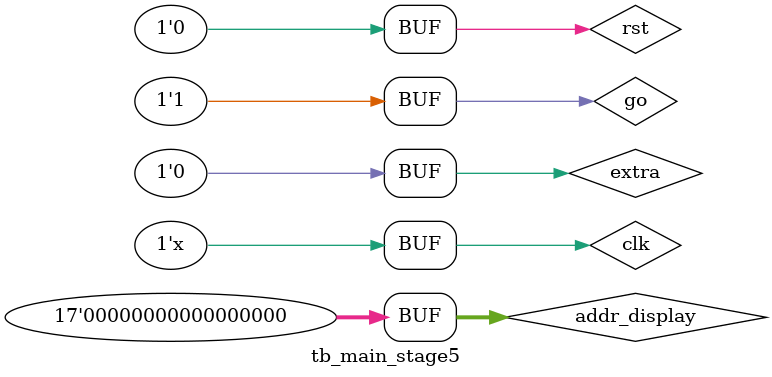
<source format=v>
`timescale 1ns / 1ps


module tb_main_stage5;

	// Inputs
	reg clk;
	reg rst;
	reg go;
	reg extra;
	reg ena_display;
	reg read_display;
	reg [16:0] addr_display;

	// Outputs
	wire stage1;
	wire stage2;
	wire stage3;
	wire stage4;
	wire stage5;
	wire done;
	wire dout_display;

	// Instantiate the Unit Under Test (UUT)
	main uut (
		.clk(clk), 
		.rst(rst), 
		.stage1(stage1), 
		.stage2(stage2), 
		.stage3(stage3), 
		.stage4(stage4), 
		.stage5(stage5), 
		.go(go), 
		.done(done), 
		.extra(extra), 
		.ena_display(ena_display), 
		.read_display(read_display), 
		//.addr_display(addr_display), 
		.dout_display(dout_display)
	);

always 
	begin
		#10 clk	=	~clk;
	end

	initial begin
		// Initialize Inputs
		clk = 0;
		rst = 0;
		go = 0;
		extra = 0;
		ena_display = 0;
		read_display = 0;
		addr_display = 0;

		// Wait 100 ns for global reset to finish
		#100;
      rst	=	1;
		#100;
		rst	=	0;
		go		=	1;
		#100;
		//go	=	0;
		// Add stimulus here
		
		if (done && stage5)
			begin
				ena_display	=	1;
				read_display	=	1;
			end
			
		
	end
      
endmodule


</source>
